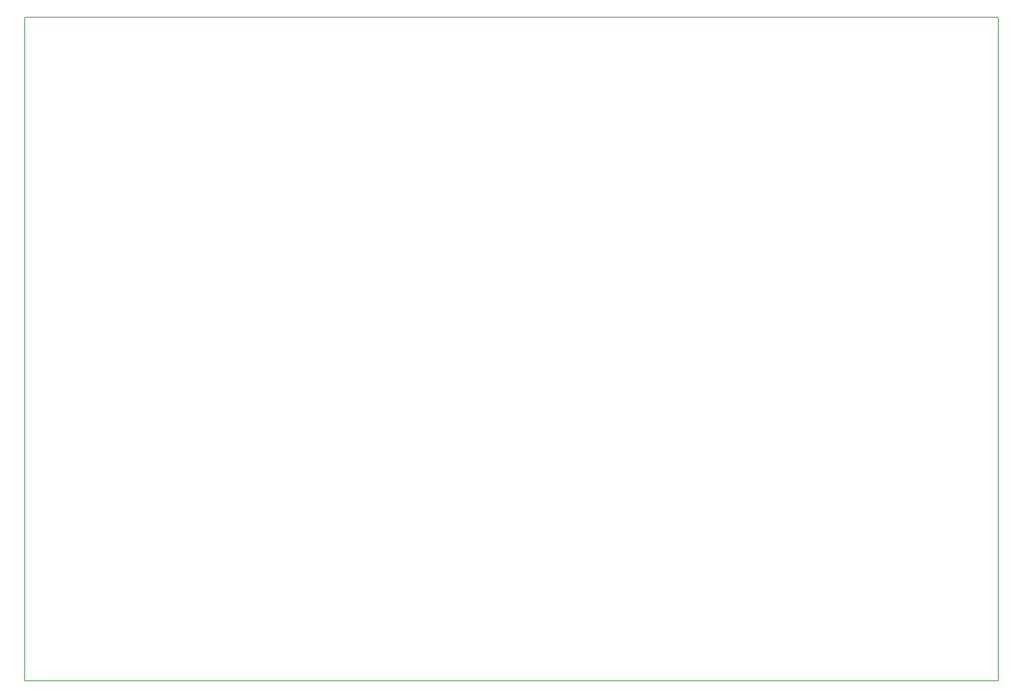
<source format=gbr>
%TF.GenerationSoftware,KiCad,Pcbnew,(5.1.4)-1*%
%TF.CreationDate,2019-12-28T21:17:41+08:00*%
%TF.ProjectId,LPF,4c50462e-6b69-4636-9164-5f7063625858,rev?*%
%TF.SameCoordinates,Original*%
%TF.FileFunction,Profile,NP*%
%FSLAX46Y46*%
G04 Gerber Fmt 4.6, Leading zero omitted, Abs format (unit mm)*
G04 Created by KiCad (PCBNEW (5.1.4)-1) date 2019-12-28 21:17:41*
%MOMM*%
%LPD*%
G04 APERTURE LIST*
%ADD10C,0.200000*%
G04 APERTURE END LIST*
D10*
X-15000000Y-170000000D02*
X-15000000Y-20000000D01*
X205000000Y-20000000D02*
X-15000000Y-20000000D01*
X205000000Y-170000000D02*
X205000000Y-20000000D01*
X-15000000Y-170000000D02*
X205000000Y-170000000D01*
M02*

</source>
